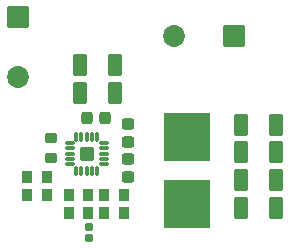
<source format=gbr>
%TF.GenerationSoftware,KiCad,Pcbnew,8.99.0-334-gf341ab9b00*%
%TF.CreationDate,2024-09-09T23:07:31-04:00*%
%TF.ProjectId,Buck Converter,4275636b-2043-46f6-9e76-65727465722e,V1*%
%TF.SameCoordinates,Original*%
%TF.FileFunction,Soldermask,Top*%
%TF.FilePolarity,Negative*%
%FSLAX46Y46*%
G04 Gerber Fmt 4.6, Leading zero omitted, Abs format (unit mm)*
G04 Created by KiCad (PCBNEW 8.99.0-334-gf341ab9b00) date 2024-09-09 23:07:31*
%MOMM*%
%LPD*%
G01*
G04 APERTURE LIST*
G04 Aperture macros list*
%AMRoundRect*
0 Rectangle with rounded corners*
0 $1 Rounding radius*
0 $2 $3 $4 $5 $6 $7 $8 $9 X,Y pos of 4 corners*
0 Add a 4 corners polygon primitive as box body*
4,1,4,$2,$3,$4,$5,$6,$7,$8,$9,$2,$3,0*
0 Add four circle primitives for the rounded corners*
1,1,$1+$1,$2,$3*
1,1,$1+$1,$4,$5*
1,1,$1+$1,$6,$7*
1,1,$1+$1,$8,$9*
0 Add four rect primitives between the rounded corners*
20,1,$1+$1,$2,$3,$4,$5,0*
20,1,$1+$1,$4,$5,$6,$7,0*
20,1,$1+$1,$6,$7,$8,$9,0*
20,1,$1+$1,$8,$9,$2,$3,0*%
G04 Aperture macros list end*
%ADD10RoundRect,0.272087X-0.353713X-0.678713X0.353713X-0.678713X0.353713X0.678713X-0.353713X0.678713X0*%
%ADD11O,0.351600X0.951600*%
%ADD12O,0.951600X0.351600*%
%ADD13RoundRect,0.050800X-0.537500X0.513000X-0.537500X-0.513000X0.537500X-0.513000X0.537500X0.513000X0*%
%ADD14RoundRect,0.225400X0.225400X0.300400X-0.225400X0.300400X-0.225400X-0.300400X0.225400X-0.300400X0*%
%ADD15RoundRect,0.225400X-0.225400X-0.300400X0.225400X-0.300400X0.225400X0.300400X-0.225400X0.300400X0*%
%ADD16RoundRect,0.250400X0.275400X-0.250400X0.275400X0.250400X-0.275400X0.250400X-0.275400X-0.250400X0*%
%ADD17RoundRect,0.050800X-1.900000X2.000000X-1.900000X-2.000000X1.900000X-2.000000X1.900000X2.000000X0*%
%ADD18RoundRect,0.102000X-0.825000X0.825000X-0.825000X-0.825000X0.825000X-0.825000X0.825000X0.825000X0*%
%ADD19C,1.854000*%
%ADD20RoundRect,0.102000X0.825000X0.825000X-0.825000X0.825000X-0.825000X-0.825000X0.825000X-0.825000X0*%
%ADD21RoundRect,0.250400X0.250400X0.275400X-0.250400X0.275400X-0.250400X-0.275400X0.250400X-0.275400X0*%
%ADD22RoundRect,0.225400X-0.300400X0.225400X-0.300400X-0.225400X0.300400X-0.225400X0.300400X0.225400X0*%
%ADD23RoundRect,0.165400X-0.195400X0.165400X-0.195400X-0.165400X0.195400X-0.165400X0.195400X0.165400X0*%
%ADD24RoundRect,0.250400X-0.275400X0.250400X-0.275400X-0.250400X0.275400X-0.250400X0.275400X0.250400X0*%
%ADD25RoundRect,0.272087X0.353713X0.678713X-0.353713X0.678713X-0.353713X-0.678713X0.353713X-0.678713X0*%
G04 APERTURE END LIST*
D10*
%TO.C,C6*%
X172050000Y-108100000D03*
X175000000Y-108100000D03*
%TD*%
D11*
%TO.C,IC1*%
X159900000Y-102050000D03*
X159450000Y-102050000D03*
X159000000Y-102050000D03*
X158550000Y-102050000D03*
X158100000Y-102050000D03*
D12*
X157550000Y-102600000D03*
X157550000Y-103050000D03*
X157550000Y-103500000D03*
X157550000Y-103950000D03*
X157550000Y-104400000D03*
D11*
X158100000Y-104950000D03*
X158550000Y-104950000D03*
X159000000Y-104950000D03*
X159450000Y-104950000D03*
X159900000Y-104950000D03*
D12*
X160450000Y-104400000D03*
X160450000Y-103950000D03*
X160450000Y-103500000D03*
X160450000Y-103050000D03*
X160450000Y-102600000D03*
D13*
X159000000Y-103500000D03*
%TD*%
D14*
%TO.C,R5*%
X159150000Y-107000000D03*
X157500000Y-107000000D03*
%TD*%
D15*
%TO.C,R2*%
X153962500Y-105500000D03*
X155612500Y-105500000D03*
%TD*%
D16*
%TO.C,C4*%
X162500000Y-105500000D03*
X162500000Y-103950000D03*
%TD*%
D15*
%TO.C,R4*%
X157500000Y-108500000D03*
X159150000Y-108500000D03*
%TD*%
D10*
%TO.C,C9*%
X172050000Y-101050000D03*
X175000000Y-101050000D03*
%TD*%
D15*
%TO.C,R6*%
X160500000Y-108500000D03*
X162150000Y-108500000D03*
%TD*%
D17*
%TO.C,L1*%
X167475000Y-102075000D03*
X167475000Y-107775000D03*
%TD*%
D18*
%TO.C,J1*%
X153175000Y-91925000D03*
D19*
X153175000Y-97005000D03*
%TD*%
D10*
%TO.C,C8*%
X172050000Y-103400000D03*
X175000000Y-103400000D03*
%TD*%
D20*
%TO.C,J2*%
X171515000Y-93500000D03*
D19*
X166435000Y-93500000D03*
%TD*%
D21*
%TO.C,C1*%
X160550000Y-100500000D03*
X159000000Y-100500000D03*
%TD*%
D10*
%TO.C,C7*%
X172050000Y-105750000D03*
X175000000Y-105750000D03*
%TD*%
D22*
%TO.C,R3*%
X156000000Y-102175000D03*
X156000000Y-103825000D03*
%TD*%
D23*
%TO.C,C5*%
X159175000Y-109695000D03*
X159175000Y-110655000D03*
%TD*%
D24*
%TO.C,C10*%
X162500000Y-100950000D03*
X162500000Y-102500000D03*
%TD*%
D15*
%TO.C,R7*%
X160500000Y-107000000D03*
X162150000Y-107000000D03*
%TD*%
D14*
%TO.C,R1*%
X155600000Y-107000000D03*
X153950000Y-107000000D03*
%TD*%
D25*
%TO.C,C2*%
X161425000Y-98325000D03*
X158475000Y-98325000D03*
%TD*%
%TO.C,C3*%
X161425000Y-95975000D03*
X158475000Y-95975000D03*
%TD*%
M02*

</source>
